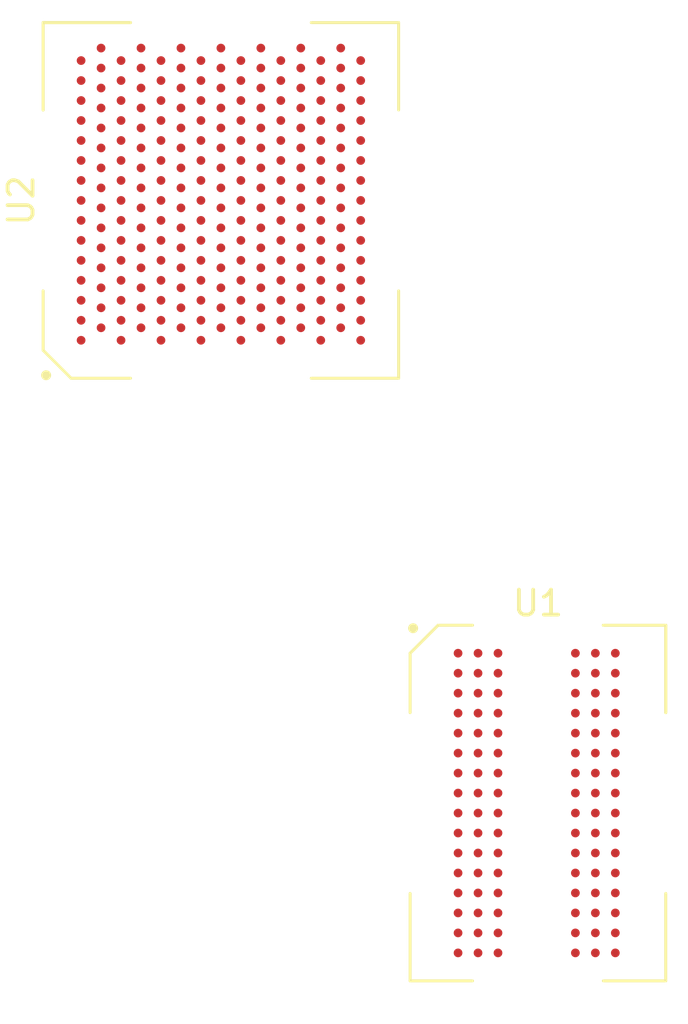
<source format=kicad_pcb>
(kicad_pcb (version 20171130) (host pcbnew "(5.1.2-1)-1")

  (general
    (thickness 1.6)
    (drawings 0)
    (tracks 0)
    (zones 0)
    (modules 2)
    (nets 62)
  )

  (page A4)
  (layers
    (0 F.Cu signal)
    (1 In1.Cu signal)
    (2 In2.Cu signal)
    (3 In3.Cu signal)
    (4 In4.Cu signal)
    (31 B.Cu signal)
    (32 B.Adhes user)
    (33 F.Adhes user)
    (34 B.Paste user)
    (35 F.Paste user)
    (36 B.SilkS user)
    (37 F.SilkS user)
    (38 B.Mask user)
    (39 F.Mask user)
    (40 Dwgs.User user)
    (41 Cmts.User user)
    (42 Eco1.User user)
    (43 Eco2.User user)
    (44 Edge.Cuts user)
    (45 Margin user)
    (46 B.CrtYd user)
    (47 F.CrtYd user)
    (48 B.Fab user)
    (49 F.Fab user)
  )

  (setup
    (last_trace_width 0.1016)
    (trace_clearance 0.1016)
    (zone_clearance 0.508)
    (zone_45_only no)
    (trace_min 0.1016)
    (via_size 0.3048)
    (via_drill 0.2032)
    (via_min_size 0.3048)
    (via_min_drill 0.2032)
    (uvia_size 0.3048)
    (uvia_drill 0.2032)
    (uvias_allowed no)
    (uvia_min_size 0.3048)
    (uvia_min_drill 0.2032)
    (edge_width 0.05)
    (segment_width 0.2)
    (pcb_text_width 0.3)
    (pcb_text_size 1.5 1.5)
    (mod_edge_width 0.12)
    (mod_text_size 1 1)
    (mod_text_width 0.15)
    (pad_size 1.524 1.524)
    (pad_drill 0.762)
    (pad_to_mask_clearance 0.051)
    (solder_mask_min_width 0.25)
    (aux_axis_origin 0 0)
    (visible_elements FFFFFF7F)
    (pcbplotparams
      (layerselection 0x010fc_ffffffff)
      (usegerberextensions false)
      (usegerberattributes false)
      (usegerberadvancedattributes false)
      (creategerberjobfile false)
      (excludeedgelayer true)
      (linewidth 0.100000)
      (plotframeref false)
      (viasonmask false)
      (mode 1)
      (useauxorigin false)
      (hpglpennumber 1)
      (hpglpenspeed 20)
      (hpglpendiameter 15.000000)
      (psnegative false)
      (psa4output false)
      (plotreference true)
      (plotvalue true)
      (plotinvisibletext false)
      (padsonsilk false)
      (subtractmaskfromsilk false)
      (outputformat 1)
      (mirror false)
      (drillshape 1)
      (scaleselection 1)
      (outputdirectory ""))
  )

  (net 0 "")
  (net 1 DQ12)
  (net 2 VSSQ)
  (net 3 VDDQ)
  (net 4 VSS)
  (net 5 VREFDQ)
  (net 6 "Net-(U1-PadJ1)")
  (net 7 ODT)
  (net 8 "Net-(U1-PadL1)")
  (net 9 VDD)
  (net 10 DQ11)
  (net 11 DQ6)
  (net 12 CS#)
  (net 13 BA0)
  (net 14 A3)
  (net 15 A5)
  (net 16 A7)
  (net 17 RESET#)
  (net 18 DQ15)
  (net 19 DQ9)
  (net 20 UDM)
  (net 21 DQ0)
  (net 22 LDQS)
  (net 23 LDQS#)
  (net 24 DQ4)
  (net 25 RAS#)
  (net 26 CAS#)
  (net 27 "Net-(U1-PadL3)")
  (net 28 BA2)
  (net 29 A2)
  (net 30 A9)
  (net 31 A13)
  (net 32 UDQS#)
  (net 33 UDQS)
  (net 34 DQ8)
  (net 35 LDM)
  (net 36 DQ1)
  (net 37 DQ7)
  (net 38 CK)
  (net 39 CK#)
  (net 40 A10_AP)
  (net 41 "Net-(U1-PadM4)")
  (net 42 A12_BC#)
  (net 43 A1)
  (net 44 A11)
  (net 45 A14)
  (net 46 DQ14)
  (net 47 DQ10)
  (net 48 DQ3)
  (net 49 DQ5)
  (net 50 ZQ)
  (net 51 VREFCA)
  (net 52 A4)
  (net 53 A6)
  (net 54 A8)
  (net 55 "Net-(U1-PadJ6)")
  (net 56 CKW)
  (net 57 "Net-(U2-PadJ1)")
  (net 58 "Net-(U2-PadL1)")
  (net 59 WE#)
  (net 60 "Net-(U2-PadM4)")
  (net 61 "Net-(U2-PadJ6)")

  (net_class Default "This is the default net class."
    (clearance 0.1016)
    (trace_width 0.1016)
    (via_dia 0.3048)
    (via_drill 0.2032)
    (uvia_dia 0.3048)
    (uvia_drill 0.2032)
    (diff_pair_width 0.1143)
    (diff_pair_gap 0.1016)
  )

  (net_class Power ""
    (clearance 0.1016)
    (trace_width 0.3048)
    (via_dia 0.3048)
    (via_drill 0.2032)
    (uvia_dia 0.3048)
    (uvia_drill 0.2032)
    (diff_pair_width 0.1143)
    (diff_pair_gap 0.1016)
    (add_net VDD)
    (add_net VDDQ)
    (add_net VSS)
    (add_net VSSQ)
  )

  (net_class Signal ""
    (clearance 0.1016)
    (trace_width 0.1143)
    (via_dia 0.3048)
    (via_drill 0.2032)
    (uvia_dia 0.3048)
    (uvia_drill 0.2032)
    (diff_pair_width 0.1143)
    (diff_pair_gap 0.1016)
    (add_net A1)
    (add_net A10_AP)
    (add_net A11)
    (add_net A12_BC#)
    (add_net A13)
    (add_net A14)
    (add_net A2)
    (add_net A3)
    (add_net A4)
    (add_net A5)
    (add_net A6)
    (add_net A7)
    (add_net A8)
    (add_net A9)
    (add_net BA0)
    (add_net BA2)
    (add_net CAS#)
    (add_net CK)
    (add_net CK#)
    (add_net CKW)
    (add_net CS#)
    (add_net DQ0)
    (add_net DQ1)
    (add_net DQ10)
    (add_net DQ11)
    (add_net DQ12)
    (add_net DQ14)
    (add_net DQ15)
    (add_net DQ3)
    (add_net DQ4)
    (add_net DQ5)
    (add_net DQ6)
    (add_net DQ7)
    (add_net DQ8)
    (add_net DQ9)
    (add_net LDM)
    (add_net LDQS)
    (add_net LDQS#)
    (add_net "Net-(U1-PadJ1)")
    (add_net "Net-(U1-PadJ6)")
    (add_net "Net-(U1-PadL1)")
    (add_net "Net-(U1-PadL3)")
    (add_net "Net-(U1-PadM4)")
    (add_net "Net-(U2-PadJ1)")
    (add_net "Net-(U2-PadJ6)")
    (add_net "Net-(U2-PadL1)")
    (add_net "Net-(U2-PadM4)")
    (add_net ODT)
    (add_net RAS#)
    (add_net RESET#)
    (add_net UDM)
    (add_net UDQS)
    (add_net UDQS#)
    (add_net VREFCA)
    (add_net VREFDQ)
    (add_net WE#)
    (add_net ZQ)
  )

  (module OpenROAD-testcases:dummy-BGA (layer F.Cu) (tedit 5DB1E567) (tstamp 5DB259E4)
    (at 115.57 50.8 90)
    (path /5DB8564F)
    (attr smd)
    (fp_text reference U2 (at 0 -8 90) (layer F.SilkS)
      (effects (font (size 1 1) (thickness 0.15)))
    )
    (fp_text value BGA-dummy (at 0 8 90) (layer F.Fab)
      (effects (font (size 1 1) (thickness 0.15)))
    )
    (fp_line (start -6 -7) (end -7 -6) (layer F.Fab) (width 0.1))
    (fp_line (start -7 -6) (end -7 7) (layer F.Fab) (width 0.1))
    (fp_line (start -7 7) (end 7 7) (layer F.Fab) (width 0.1))
    (fp_line (start 7 7) (end 7 -7) (layer F.Fab) (width 0.1))
    (fp_line (start 7 -7) (end -6 -7) (layer F.Fab) (width 0.1))
    (fp_line (start 3.62 -7.12) (end 7.12 -7.12) (layer F.SilkS) (width 0.12))
    (fp_line (start 7.12 -7.12) (end 7.12 -3.62) (layer F.SilkS) (width 0.12))
    (fp_line (start 3.62 -7.12) (end 7.12 -7.12) (layer F.SilkS) (width 0.12))
    (fp_line (start 7.12 -7.12) (end 7.12 -3.62) (layer F.SilkS) (width 0.12))
    (fp_line (start 3.62 7.12) (end 7.12 7.12) (layer F.SilkS) (width 0.12))
    (fp_line (start 7.12 7.12) (end 7.12 3.62) (layer F.SilkS) (width 0.12))
    (fp_line (start 3.62 -7.12) (end 7.12 -7.12) (layer F.SilkS) (width 0.12))
    (fp_line (start 7.12 -7.12) (end 7.12 -3.62) (layer F.SilkS) (width 0.12))
    (fp_line (start -3.62 7.12) (end -7.12 7.12) (layer F.SilkS) (width 0.12))
    (fp_line (start -7.12 7.12) (end -7.12 3.62) (layer F.SilkS) (width 0.12))
    (fp_line (start -3.62 -7.12) (end -6 -7.12) (layer F.SilkS) (width 0.12))
    (fp_line (start -6 -7.12) (end -7.12 -6) (layer F.SilkS) (width 0.12))
    (fp_line (start -7.12 -6) (end -7.12 -3.62) (layer F.SilkS) (width 0.12))
    (fp_circle (center -7 -7) (end -7 -6.9) (layer F.SilkS) (width 0.2))
    (fp_line (start -8 -8) (end 8 -8) (layer F.CrtYd) (width 0.05))
    (fp_line (start 8 -8) (end 8 8) (layer F.CrtYd) (width 0.05))
    (fp_line (start 8 8) (end -8 8) (layer F.CrtYd) (width 0.05))
    (fp_line (start -8 8) (end -8 -8) (layer F.CrtYd) (width 0.05))
    (pad A1 smd circle (at -5.6 -5.6 90) (size 0.35 0.35) (layers F.Cu F.Paste F.Mask)
      (net 1 DQ12))
    (pad B1 smd circle (at -5.1 -4.8 90) (size 0.35 0.35) (layers F.Cu F.Paste F.Mask)
      (net 2 VSSQ))
    (pad C1 smd circle (at -5.6 -4 90) (size 0.35 0.35) (layers F.Cu F.Paste F.Mask)
      (net 3 VDDQ))
    (pad D1 smd circle (at -5.1 -3.2 90) (size 0.35 0.35) (layers F.Cu F.Paste F.Mask)
      (net 2 VSSQ))
    (pad E1 smd circle (at -5.6 -2.4 90) (size 0.35 0.35) (layers F.Cu F.Paste F.Mask)
      (net 4 VSS))
    (pad F1 smd circle (at -5.1 -1.6 90) (size 0.35 0.35) (layers F.Cu F.Paste F.Mask)
      (net 4 VSS))
    (pad G1 smd circle (at -5.6 -0.8 90) (size 0.35 0.35) (layers F.Cu F.Paste F.Mask)
      (net 2 VSSQ))
    (pad H1 smd circle (at -5.1 0 90) (size 0.35 0.35) (layers F.Cu F.Paste F.Mask)
      (net 5 VREFDQ))
    (pad J1 smd circle (at -5.6 0.8 90) (size 0.35 0.35) (layers F.Cu F.Paste F.Mask)
      (net 57 "Net-(U2-PadJ1)"))
    (pad K1 smd circle (at -5.1 1.6 90) (size 0.35 0.35) (layers F.Cu F.Paste F.Mask)
      (net 7 ODT))
    (pad L1 smd circle (at -5.6 2.4 90) (size 0.35 0.35) (layers F.Cu F.Paste F.Mask)
      (net 58 "Net-(U2-PadL1)"))
    (pad M1 smd circle (at -5.1 3.2 90) (size 0.35 0.35) (layers F.Cu F.Paste F.Mask)
      (net 4 VSS))
    (pad N1 smd circle (at -5.6 4 90) (size 0.35 0.35) (layers F.Cu F.Paste F.Mask)
      (net 9 VDD))
    (pad P1 smd circle (at -5.1 4.8 90) (size 0.35 0.35) (layers F.Cu F.Paste F.Mask)
      (net 4 VSS))
    (pad R1 smd circle (at -5.6 5.6 90) (size 0.35 0.35) (layers F.Cu F.Paste F.Mask)
      (net 9 VDD))
    (pad A2 smd circle (at -4.8 -5.6 90) (size 0.35 0.35) (layers F.Cu F.Paste F.Mask)
      (net 3 VDDQ))
    (pad B2 smd circle (at -4.3 -4.8 90) (size 0.35 0.35) (layers F.Cu F.Paste F.Mask)
      (net 9 VDD))
    (pad C2 smd circle (at -4.8 -4 90) (size 0.35 0.35) (layers F.Cu F.Paste F.Mask)
      (net 10 DQ11))
    (pad D2 smd circle (at -4.3 -3.2 90) (size 0.35 0.35) (layers F.Cu F.Paste F.Mask)
      (net 3 VDDQ))
    (pad E2 smd circle (at -4.8 -2.4 90) (size 0.35 0.35) (layers F.Cu F.Paste F.Mask)
      (net 2 VSSQ))
    (pad F2 smd circle (at -4.3 -1.6 90) (size 0.35 0.35) (layers F.Cu F.Paste F.Mask)
      (net 2 VSSQ))
    (pad G2 smd circle (at -4.8 -0.8 90) (size 0.35 0.35) (layers F.Cu F.Paste F.Mask)
      (net 11 DQ6))
    (pad H2 smd circle (at -4.3 0 90) (size 0.35 0.35) (layers F.Cu F.Paste F.Mask)
      (net 3 VDDQ))
    (pad J2 smd circle (at -4.8 0.8 90) (size 0.35 0.35) (layers F.Cu F.Paste F.Mask)
      (net 4 VSS))
    (pad K2 smd circle (at -4.3 1.6 90) (size 0.35 0.35) (layers F.Cu F.Paste F.Mask)
      (net 9 VDD))
    (pad L2 smd circle (at -4.8 2.4 90) (size 0.35 0.35) (layers F.Cu F.Paste F.Mask)
      (net 12 CS#))
    (pad M2 smd circle (at -4.3 3.2 90) (size 0.35 0.35) (layers F.Cu F.Paste F.Mask)
      (net 13 BA0))
    (pad N2 smd circle (at -4.8 4 90) (size 0.35 0.35) (layers F.Cu F.Paste F.Mask)
      (net 14 A3))
    (pad P2 smd circle (at -4.3 4.8 90) (size 0.35 0.35) (layers F.Cu F.Paste F.Mask)
      (net 15 A5))
    (pad R2 smd circle (at -4.8 5.6 90) (size 0.35 0.35) (layers F.Cu F.Paste F.Mask)
      (net 16 A7))
    (pad A3 smd circle (at -4 -5.6 90) (size 0.35 0.35) (layers F.Cu F.Paste F.Mask)
      (net 18 DQ15))
    (pad B3 smd circle (at -3.5 -4.8 90) (size 0.35 0.35) (layers F.Cu F.Paste F.Mask)
      (net 4 VSS))
    (pad C3 smd circle (at -4 -4 90) (size 0.35 0.35) (layers F.Cu F.Paste F.Mask)
      (net 19 DQ9))
    (pad D3 smd circle (at -3.5 -3.2 90) (size 0.35 0.35) (layers F.Cu F.Paste F.Mask)
      (net 20 UDM))
    (pad E3 smd circle (at -4 -2.4 90) (size 0.35 0.35) (layers F.Cu F.Paste F.Mask)
      (net 21 DQ0))
    (pad F3 smd circle (at -3.5 -1.6 90) (size 0.35 0.35) (layers F.Cu F.Paste F.Mask)
      (net 22 LDQS))
    (pad G3 smd circle (at -4 -0.8 90) (size 0.35 0.35) (layers F.Cu F.Paste F.Mask)
      (net 23 LDQS#))
    (pad H3 smd circle (at -3.5 0 90) (size 0.35 0.35) (layers F.Cu F.Paste F.Mask)
      (net 24 DQ4))
    (pad J3 smd circle (at -4 0.8 90) (size 0.35 0.35) (layers F.Cu F.Paste F.Mask)
      (net 25 RAS#))
    (pad K3 smd circle (at -3.5 1.6 90) (size 0.35 0.35) (layers F.Cu F.Paste F.Mask)
      (net 26 CAS#))
    (pad L3 smd circle (at -4 2.4 90) (size 0.35 0.35) (layers F.Cu F.Paste F.Mask)
      (net 59 WE#))
    (pad M3 smd circle (at -3.5 3.2 90) (size 0.35 0.35) (layers F.Cu F.Paste F.Mask)
      (net 28 BA2))
    (pad N3 smd circle (at -4 4 90) (size 0.35 0.35) (layers F.Cu F.Paste F.Mask)
      (net 9 VDD))
    (pad P3 smd circle (at -3.5 4.8 90) (size 0.35 0.35) (layers F.Cu F.Paste F.Mask)
      (net 29 A2))
    (pad R3 smd circle (at -4 5.6 90) (size 0.35 0.35) (layers F.Cu F.Paste F.Mask)
      (net 30 A9))
    (pad A4 smd circle (at -3.2 -5.6 90) (size 0.35 0.35) (layers F.Cu F.Paste F.Mask))
    (pad B4 smd circle (at -2.7 -4.8 90) (size 0.35 0.35) (layers F.Cu F.Paste F.Mask)
      (net 32 UDQS#))
    (pad C4 smd circle (at -3.2 -4 90) (size 0.35 0.35) (layers F.Cu F.Paste F.Mask)
      (net 33 UDQS))
    (pad D4 smd circle (at -2.7 -3.2 90) (size 0.35 0.35) (layers F.Cu F.Paste F.Mask)
      (net 34 DQ8))
    (pad E4 smd circle (at -3.2 -2.4 90) (size 0.35 0.35) (layers F.Cu F.Paste F.Mask)
      (net 35 LDM))
    (pad F4 smd circle (at -2.7 -1.6 90) (size 0.35 0.35) (layers F.Cu F.Paste F.Mask)
      (net 36 DQ1))
    (pad G4 smd circle (at -3.2 -0.8 90) (size 0.35 0.35) (layers F.Cu F.Paste F.Mask)
      (net 9 VDD))
    (pad H4 smd circle (at -2.7 0 90) (size 0.35 0.35) (layers F.Cu F.Paste F.Mask)
      (net 37 DQ7))
    (pad J4 smd circle (at -3.2 0.8 90) (size 0.35 0.35) (layers F.Cu F.Paste F.Mask)
      (net 38 CK))
    (pad K4 smd circle (at -2.7 1.6 90) (size 0.35 0.35) (layers F.Cu F.Paste F.Mask)
      (net 39 CK#))
    (pad L4 smd circle (at -3.2 2.4 90) (size 0.35 0.35) (layers F.Cu F.Paste F.Mask)
      (net 40 A10_AP))
    (pad M4 smd circle (at -2.7 3.2 90) (size 0.35 0.35) (layers F.Cu F.Paste F.Mask)
      (net 60 "Net-(U2-PadM4)"))
    (pad N4 smd circle (at -3.2 4 90) (size 0.35 0.35) (layers F.Cu F.Paste F.Mask)
      (net 42 A12_BC#))
    (pad P4 smd circle (at -2.7 4.8 90) (size 0.35 0.35) (layers F.Cu F.Paste F.Mask)
      (net 43 A1))
    (pad R4 smd circle (at -3.2 5.6 90) (size 0.35 0.35) (layers F.Cu F.Paste F.Mask)
      (net 44 A11))
    (pad A5 smd circle (at -2.4 -5.6 90) (size 0.35 0.35) (layers F.Cu F.Paste F.Mask))
    (pad B5 smd circle (at -1.9 -4.8 90) (size 0.35 0.35) (layers F.Cu F.Paste F.Mask)
      (net 46 DQ14))
    (pad C5 smd circle (at -2.4 -4 90) (size 0.35 0.35) (layers F.Cu F.Paste F.Mask)
      (net 47 DQ10))
    (pad D5 smd circle (at -1.9 -3.2 90) (size 0.35 0.35) (layers F.Cu F.Paste F.Mask)
      (net 2 VSSQ))
    (pad E5 smd circle (at -2.4 -2.4 90) (size 0.35 0.35) (layers F.Cu F.Paste F.Mask)
      (net 2 VSSQ))
    (pad F5 smd circle (at -1.9 -1.6 90) (size 0.35 0.35) (layers F.Cu F.Paste F.Mask)
      (net 48 DQ3))
    (pad G5 smd circle (at -2.4 -0.8 90) (size 0.35 0.35) (layers F.Cu F.Paste F.Mask)
      (net 4 VSS))
    (pad H5 smd circle (at -1.9 0 90) (size 0.35 0.35) (layers F.Cu F.Paste F.Mask)
      (net 49 DQ5))
    (pad J5 smd circle (at -2.4 0.8 90) (size 0.35 0.35) (layers F.Cu F.Paste F.Mask)
      (net 4 VSS))
    (pad K5 smd circle (at -1.9 1.6 90) (size 0.35 0.35) (layers F.Cu F.Paste F.Mask)
      (net 9 VDD))
    (pad L5 smd circle (at -2.4 2.4 90) (size 0.35 0.35) (layers F.Cu F.Paste F.Mask)
      (net 50 ZQ))
    (pad M5 smd circle (at -1.9 3.2 90) (size 0.35 0.35) (layers F.Cu F.Paste F.Mask)
      (net 51 VREFCA))
    (pad N5 smd circle (at -2.4 4 90) (size 0.35 0.35) (layers F.Cu F.Paste F.Mask))
    (pad P5 smd circle (at -1.9 4.8 90) (size 0.35 0.35) (layers F.Cu F.Paste F.Mask)
      (net 52 A4))
    (pad R5 smd circle (at -2.4 5.6 90) (size 0.35 0.35) (layers F.Cu F.Paste F.Mask)
      (net 53 A6))
    (pad A6 smd circle (at -1.6 -5.6 90) (size 0.35 0.35) (layers F.Cu F.Paste F.Mask)
      (net 4 VSS))
    (pad B6 smd circle (at -1.1 -4.8 90) (size 0.35 0.35) (layers F.Cu F.Paste F.Mask)
      (net 2 VSSQ))
    (pad C6 smd circle (at -1.6 -4 90) (size 0.35 0.35) (layers F.Cu F.Paste F.Mask)
      (net 3 VDDQ))
    (pad D6 smd circle (at -1.1 -3.2 90) (size 0.35 0.35) (layers F.Cu F.Paste F.Mask)
      (net 9 VDD))
    (pad E6 smd circle (at -1.6 -2.4 90) (size 0.35 0.35) (layers F.Cu F.Paste F.Mask)
      (net 3 VDDQ))
    (pad F6 smd circle (at -1.1 -1.6 90) (size 0.35 0.35) (layers F.Cu F.Paste F.Mask)
      (net 2 VSSQ))
    (pad G6 smd circle (at -1.6 -0.8 90) (size 0.35 0.35) (layers F.Cu F.Paste F.Mask)
      (net 2 VSSQ))
    (pad H6 smd circle (at -1.1 0 90) (size 0.35 0.35) (layers F.Cu F.Paste F.Mask)
      (net 3 VDDQ))
    (pad J6 smd circle (at -1.6 0.8 90) (size 0.35 0.35) (layers F.Cu F.Paste F.Mask)
      (net 61 "Net-(U2-PadJ6)"))
    (pad K6 smd circle (at -1.1 1.6 90) (size 0.35 0.35) (layers F.Cu F.Paste F.Mask)
      (net 56 CKW))
    (pad L6 smd circle (at -1.6 2.4 90) (size 0.35 0.35) (layers F.Cu F.Paste F.Mask))
    (pad M6 smd circle (at -1.1 3.2 90) (size 0.35 0.35) (layers F.Cu F.Paste F.Mask)
      (net 4 VSS))
    (pad N6 smd circle (at -1.6 4 90) (size 0.35 0.35) (layers F.Cu F.Paste F.Mask))
    (pad P6 smd circle (at -1.1 4.8 90) (size 0.35 0.35) (layers F.Cu F.Paste F.Mask)
      (net 4 VSS))
    (pad R6 smd circle (at -1.6 5.6 90) (size 0.35 0.35) (layers F.Cu F.Paste F.Mask)
      (net 9 VDD))
    (pad A7 smd circle (at -0.8 -5.6 90) (size 0.35 0.35) (layers F.Cu F.Paste F.Mask))
    (pad B7 smd circle (at -0.3 -4.8 90) (size 0.35 0.35) (layers F.Cu F.Paste F.Mask))
    (pad C7 smd circle (at -0.8 -4 90) (size 0.35 0.35) (layers F.Cu F.Paste F.Mask))
    (pad D7 smd circle (at -0.3 -3.2 90) (size 0.35 0.35) (layers F.Cu F.Paste F.Mask))
    (pad E7 smd circle (at -0.8 -2.4 90) (size 0.35 0.35) (layers F.Cu F.Paste F.Mask))
    (pad F7 smd circle (at -0.3 -1.6 90) (size 0.35 0.35) (layers F.Cu F.Paste F.Mask))
    (pad G7 smd circle (at -0.8 -0.8 90) (size 0.35 0.35) (layers F.Cu F.Paste F.Mask))
    (pad H7 smd circle (at -0.3 0 90) (size 0.35 0.35) (layers F.Cu F.Paste F.Mask))
    (pad J7 smd circle (at -0.8 0.8 90) (size 0.35 0.35) (layers F.Cu F.Paste F.Mask))
    (pad K7 smd circle (at -0.3 1.6 90) (size 0.35 0.35) (layers F.Cu F.Paste F.Mask))
    (pad L7 smd circle (at -0.8 2.4 90) (size 0.35 0.35) (layers F.Cu F.Paste F.Mask))
    (pad M7 smd circle (at -0.3 3.2 90) (size 0.35 0.35) (layers F.Cu F.Paste F.Mask))
    (pad N7 smd circle (at -0.8 4 90) (size 0.35 0.35) (layers F.Cu F.Paste F.Mask))
    (pad P7 smd circle (at -0.3 4.8 90) (size 0.35 0.35) (layers F.Cu F.Paste F.Mask))
    (pad R7 smd circle (at -0.8 5.6 90) (size 0.35 0.35) (layers F.Cu F.Paste F.Mask))
    (pad A8 smd circle (at 0 -5.6 90) (size 0.35 0.35) (layers F.Cu F.Paste F.Mask))
    (pad B8 smd circle (at 0.5 -4.8 90) (size 0.35 0.35) (layers F.Cu F.Paste F.Mask))
    (pad C8 smd circle (at 0 -4 90) (size 0.35 0.35) (layers F.Cu F.Paste F.Mask))
    (pad D8 smd circle (at 0.5 -3.2 90) (size 0.35 0.35) (layers F.Cu F.Paste F.Mask))
    (pad E8 smd circle (at 0 -2.4 90) (size 0.35 0.35) (layers F.Cu F.Paste F.Mask))
    (pad F8 smd circle (at 0.5 -1.6 90) (size 0.35 0.35) (layers F.Cu F.Paste F.Mask))
    (pad G8 smd circle (at 0 -0.8 90) (size 0.35 0.35) (layers F.Cu F.Paste F.Mask))
    (pad H8 smd circle (at 0.5 0 90) (size 0.35 0.35) (layers F.Cu F.Paste F.Mask))
    (pad J8 smd circle (at 0 0.8 90) (size 0.35 0.35) (layers F.Cu F.Paste F.Mask))
    (pad K8 smd circle (at 0.5 1.6 90) (size 0.35 0.35) (layers F.Cu F.Paste F.Mask))
    (pad L8 smd circle (at 0 2.4 90) (size 0.35 0.35) (layers F.Cu F.Paste F.Mask))
    (pad M8 smd circle (at 0.5 3.2 90) (size 0.35 0.35) (layers F.Cu F.Paste F.Mask))
    (pad N8 smd circle (at 0 4 90) (size 0.35 0.35) (layers F.Cu F.Paste F.Mask))
    (pad P8 smd circle (at 0.5 4.8 90) (size 0.35 0.35) (layers F.Cu F.Paste F.Mask))
    (pad R8 smd circle (at 0 5.6 90) (size 0.35 0.35) (layers F.Cu F.Paste F.Mask))
    (pad A9 smd circle (at 0.8 -5.6 90) (size 0.35 0.35) (layers F.Cu F.Paste F.Mask))
    (pad B9 smd circle (at 1.3 -4.8 90) (size 0.35 0.35) (layers F.Cu F.Paste F.Mask))
    (pad C9 smd circle (at 0.8 -4 90) (size 0.35 0.35) (layers F.Cu F.Paste F.Mask))
    (pad D9 smd circle (at 1.3 -3.2 90) (size 0.35 0.35) (layers F.Cu F.Paste F.Mask))
    (pad E9 smd circle (at 0.8 -2.4 90) (size 0.35 0.35) (layers F.Cu F.Paste F.Mask))
    (pad F9 smd circle (at 1.3 -1.6 90) (size 0.35 0.35) (layers F.Cu F.Paste F.Mask))
    (pad G9 smd circle (at 0.8 -0.8 90) (size 0.35 0.35) (layers F.Cu F.Paste F.Mask))
    (pad H9 smd circle (at 1.3 0 90) (size 0.35 0.35) (layers F.Cu F.Paste F.Mask))
    (pad J9 smd circle (at 0.8 0.8 90) (size 0.35 0.35) (layers F.Cu F.Paste F.Mask))
    (pad K9 smd circle (at 1.3 1.6 90) (size 0.35 0.35) (layers F.Cu F.Paste F.Mask))
    (pad L9 smd circle (at 0.8 2.4 90) (size 0.35 0.35) (layers F.Cu F.Paste F.Mask))
    (pad M9 smd circle (at 1.3 3.2 90) (size 0.35 0.35) (layers F.Cu F.Paste F.Mask))
    (pad N9 smd circle (at 0.8 4 90) (size 0.35 0.35) (layers F.Cu F.Paste F.Mask))
    (pad P9 smd circle (at 1.3 4.8 90) (size 0.35 0.35) (layers F.Cu F.Paste F.Mask))
    (pad R9 smd circle (at 0.8 5.6 90) (size 0.35 0.35) (layers F.Cu F.Paste F.Mask))
    (pad A10 smd circle (at 1.6 -5.6 90) (size 0.35 0.35) (layers F.Cu F.Paste F.Mask))
    (pad B10 smd circle (at 2.1 -4.8 90) (size 0.35 0.35) (layers F.Cu F.Paste F.Mask))
    (pad C10 smd circle (at 1.6 -4 90) (size 0.35 0.35) (layers F.Cu F.Paste F.Mask))
    (pad D10 smd circle (at 2.1 -3.2 90) (size 0.35 0.35) (layers F.Cu F.Paste F.Mask))
    (pad E10 smd circle (at 1.6 -2.4 90) (size 0.35 0.35) (layers F.Cu F.Paste F.Mask))
    (pad F10 smd circle (at 2.1 -1.6 90) (size 0.35 0.35) (layers F.Cu F.Paste F.Mask))
    (pad G10 smd circle (at 1.6 -0.8 90) (size 0.35 0.35) (layers F.Cu F.Paste F.Mask))
    (pad H10 smd circle (at 2.1 0 90) (size 0.35 0.35) (layers F.Cu F.Paste F.Mask))
    (pad J10 smd circle (at 1.6 0.8 90) (size 0.35 0.35) (layers F.Cu F.Paste F.Mask))
    (pad K10 smd circle (at 2.1 1.6 90) (size 0.35 0.35) (layers F.Cu F.Paste F.Mask))
    (pad L10 smd circle (at 1.6 2.4 90) (size 0.35 0.35) (layers F.Cu F.Paste F.Mask))
    (pad M10 smd circle (at 2.1 3.2 90) (size 0.35 0.35) (layers F.Cu F.Paste F.Mask))
    (pad N10 smd circle (at 1.6 4 90) (size 0.35 0.35) (layers F.Cu F.Paste F.Mask))
    (pad P10 smd circle (at 2.1 4.8 90) (size 0.35 0.35) (layers F.Cu F.Paste F.Mask))
    (pad R10 smd circle (at 1.6 5.6 90) (size 0.35 0.35) (layers F.Cu F.Paste F.Mask))
    (pad A11 smd circle (at 2.4 -5.6 90) (size 0.35 0.35) (layers F.Cu F.Paste F.Mask))
    (pad B11 smd circle (at 2.9 -4.8 90) (size 0.35 0.35) (layers F.Cu F.Paste F.Mask))
    (pad C11 smd circle (at 2.4 -4 90) (size 0.35 0.35) (layers F.Cu F.Paste F.Mask))
    (pad D11 smd circle (at 2.9 -3.2 90) (size 0.35 0.35) (layers F.Cu F.Paste F.Mask))
    (pad E11 smd circle (at 2.4 -2.4 90) (size 0.35 0.35) (layers F.Cu F.Paste F.Mask))
    (pad F11 smd circle (at 2.9 -1.6 90) (size 0.35 0.35) (layers F.Cu F.Paste F.Mask))
    (pad G11 smd circle (at 2.4 -0.8 90) (size 0.35 0.35) (layers F.Cu F.Paste F.Mask))
    (pad H11 smd circle (at 2.9 0 90) (size 0.35 0.35) (layers F.Cu F.Paste F.Mask))
    (pad J11 smd circle (at 2.4 0.8 90) (size 0.35 0.35) (layers F.Cu F.Paste F.Mask))
    (pad K11 smd circle (at 2.9 1.6 90) (size 0.35 0.35) (layers F.Cu F.Paste F.Mask))
    (pad L11 smd circle (at 2.4 2.4 90) (size 0.35 0.35) (layers F.Cu F.Paste F.Mask))
    (pad M11 smd circle (at 2.9 3.2 90) (size 0.35 0.35) (layers F.Cu F.Paste F.Mask))
    (pad N11 smd circle (at 2.4 4 90) (size 0.35 0.35) (layers F.Cu F.Paste F.Mask))
    (pad P11 smd circle (at 2.9 4.8 90) (size 0.35 0.35) (layers F.Cu F.Paste F.Mask))
    (pad R11 smd circle (at 2.4 5.6 90) (size 0.35 0.35) (layers F.Cu F.Paste F.Mask))
    (pad A12 smd circle (at 3.2 -5.6 90) (size 0.35 0.35) (layers F.Cu F.Paste F.Mask))
    (pad B12 smd circle (at 3.7 -4.8 90) (size 0.35 0.35) (layers F.Cu F.Paste F.Mask))
    (pad C12 smd circle (at 3.2 -4 90) (size 0.35 0.35) (layers F.Cu F.Paste F.Mask))
    (pad D12 smd circle (at 3.7 -3.2 90) (size 0.35 0.35) (layers F.Cu F.Paste F.Mask))
    (pad E12 smd circle (at 3.2 -2.4 90) (size 0.35 0.35) (layers F.Cu F.Paste F.Mask))
    (pad F12 smd circle (at 3.7 -1.6 90) (size 0.35 0.35) (layers F.Cu F.Paste F.Mask))
    (pad G12 smd circle (at 3.2 -0.8 90) (size 0.35 0.35) (layers F.Cu F.Paste F.Mask))
    (pad H12 smd circle (at 3.7 0 90) (size 0.35 0.35) (layers F.Cu F.Paste F.Mask))
    (pad J12 smd circle (at 3.2 0.8 90) (size 0.35 0.35) (layers F.Cu F.Paste F.Mask))
    (pad K12 smd circle (at 3.7 1.6 90) (size 0.35 0.35) (layers F.Cu F.Paste F.Mask))
    (pad L12 smd circle (at 3.2 2.4 90) (size 0.35 0.35) (layers F.Cu F.Paste F.Mask))
    (pad M12 smd circle (at 3.7 3.2 90) (size 0.35 0.35) (layers F.Cu F.Paste F.Mask))
    (pad N12 smd circle (at 3.2 4 90) (size 0.35 0.35) (layers F.Cu F.Paste F.Mask))
    (pad P12 smd circle (at 3.7 4.8 90) (size 0.35 0.35) (layers F.Cu F.Paste F.Mask))
    (pad R12 smd circle (at 3.2 5.6 90) (size 0.35 0.35) (layers F.Cu F.Paste F.Mask))
    (pad A13 smd circle (at 4 -5.6 90) (size 0.35 0.35) (layers F.Cu F.Paste F.Mask))
    (pad B13 smd circle (at 4.5 -4.8 90) (size 0.35 0.35) (layers F.Cu F.Paste F.Mask))
    (pad C13 smd circle (at 4 -4 90) (size 0.35 0.35) (layers F.Cu F.Paste F.Mask))
    (pad D13 smd circle (at 4.5 -3.2 90) (size 0.35 0.35) (layers F.Cu F.Paste F.Mask))
    (pad E13 smd circle (at 4 -2.4 90) (size 0.35 0.35) (layers F.Cu F.Paste F.Mask))
    (pad F13 smd circle (at 4.5 -1.6 90) (size 0.35 0.35) (layers F.Cu F.Paste F.Mask))
    (pad G13 smd circle (at 4 -0.8 90) (size 0.35 0.35) (layers F.Cu F.Paste F.Mask))
    (pad H13 smd circle (at 4.5 0 90) (size 0.35 0.35) (layers F.Cu F.Paste F.Mask))
    (pad J13 smd circle (at 4 0.8 90) (size 0.35 0.35) (layers F.Cu F.Paste F.Mask))
    (pad K13 smd circle (at 4.5 1.6 90) (size 0.35 0.35) (layers F.Cu F.Paste F.Mask))
    (pad L13 smd circle (at 4 2.4 90) (size 0.35 0.35) (layers F.Cu F.Paste F.Mask))
    (pad M13 smd circle (at 4.5 3.2 90) (size 0.35 0.35) (layers F.Cu F.Paste F.Mask))
    (pad N13 smd circle (at 4 4 90) (size 0.35 0.35) (layers F.Cu F.Paste F.Mask))
    (pad P13 smd circle (at 4.5 4.8 90) (size 0.35 0.35) (layers F.Cu F.Paste F.Mask))
    (pad R13 smd circle (at 4 5.6 90) (size 0.35 0.35) (layers F.Cu F.Paste F.Mask))
    (pad A14 smd circle (at 4.8 -5.6 90) (size 0.35 0.35) (layers F.Cu F.Paste F.Mask))
    (pad B14 smd circle (at 5.3 -4.8 90) (size 0.35 0.35) (layers F.Cu F.Paste F.Mask))
    (pad C14 smd circle (at 4.8 -4 90) (size 0.35 0.35) (layers F.Cu F.Paste F.Mask))
    (pad D14 smd circle (at 5.3 -3.2 90) (size 0.35 0.35) (layers F.Cu F.Paste F.Mask))
    (pad E14 smd circle (at 4.8 -2.4 90) (size 0.35 0.35) (layers F.Cu F.Paste F.Mask))
    (pad F14 smd circle (at 5.3 -1.6 90) (size 0.35 0.35) (layers F.Cu F.Paste F.Mask))
    (pad G14 smd circle (at 4.8 -0.8 90) (size 0.35 0.35) (layers F.Cu F.Paste F.Mask))
    (pad H14 smd circle (at 5.3 0 90) (size 0.35 0.35) (layers F.Cu F.Paste F.Mask))
    (pad J14 smd circle (at 4.8 0.8 90) (size 0.35 0.35) (layers F.Cu F.Paste F.Mask))
    (pad K14 smd circle (at 5.3 1.6 90) (size 0.35 0.35) (layers F.Cu F.Paste F.Mask))
    (pad L14 smd circle (at 4.8 2.4 90) (size 0.35 0.35) (layers F.Cu F.Paste F.Mask))
    (pad M14 smd circle (at 5.3 3.2 90) (size 0.35 0.35) (layers F.Cu F.Paste F.Mask))
    (pad N14 smd circle (at 4.8 4 90) (size 0.35 0.35) (layers F.Cu F.Paste F.Mask))
    (pad P14 smd circle (at 5.3 4.8 90) (size 0.35 0.35) (layers F.Cu F.Paste F.Mask))
    (pad R14 smd circle (at 4.8 5.6 90) (size 0.35 0.35) (layers F.Cu F.Paste F.Mask))
    (pad A15 smd circle (at 5.6 -5.6 90) (size 0.35 0.35) (layers F.Cu F.Paste F.Mask))
    (pad B15 smd circle (at 6.1 -4.8 90) (size 0.35 0.35) (layers F.Cu F.Paste F.Mask))
    (pad C15 smd circle (at 5.6 -4 90) (size 0.35 0.35) (layers F.Cu F.Paste F.Mask))
    (pad D15 smd circle (at 6.1 -3.2 90) (size 0.35 0.35) (layers F.Cu F.Paste F.Mask))
    (pad E15 smd circle (at 5.6 -2.4 90) (size 0.35 0.35) (layers F.Cu F.Paste F.Mask))
    (pad F15 smd circle (at 6.1 -1.6 90) (size 0.35 0.35) (layers F.Cu F.Paste F.Mask))
    (pad G15 smd circle (at 5.6 -0.8 90) (size 0.35 0.35) (layers F.Cu F.Paste F.Mask))
    (pad H15 smd circle (at 6.1 0 90) (size 0.35 0.35) (layers F.Cu F.Paste F.Mask))
    (pad J15 smd circle (at 5.6 0.8 90) (size 0.35 0.35) (layers F.Cu F.Paste F.Mask))
    (pad K15 smd circle (at 6.1 1.6 90) (size 0.35 0.35) (layers F.Cu F.Paste F.Mask))
    (pad L15 smd circle (at 5.6 2.4 90) (size 0.35 0.35) (layers F.Cu F.Paste F.Mask))
    (pad M15 smd circle (at 6.1 3.2 90) (size 0.35 0.35) (layers F.Cu F.Paste F.Mask))
    (pad N15 smd circle (at 5.6 4 90) (size 0.35 0.35) (layers F.Cu F.Paste F.Mask))
    (pad P15 smd circle (at 6.1 4.8 90) (size 0.35 0.35) (layers F.Cu F.Paste F.Mask))
    (pad R15 smd circle (at 5.6 5.6 90) (size 0.35 0.35) (layers F.Cu F.Paste F.Mask))
  )

  (module OpenROAD-testcases:dummy-ddr3l (layer F.Cu) (tedit 5DB1E69C) (tstamp 5DB258E8)
    (at 128.27 74.93)
    (path /5DB34727)
    (attr smd)
    (fp_text reference U1 (at 0 -8) (layer F.SilkS)
      (effects (font (size 1 1) (thickness 0.15)))
    )
    (fp_text value BGA-dummy (at 0 8) (layer F.Fab)
      (effects (font (size 1 1) (thickness 0.15)))
    )
    (fp_line (start -4 -7) (end -5 -6) (layer F.Fab) (width 0.1))
    (fp_line (start -5 -6) (end -5 7) (layer F.Fab) (width 0.1))
    (fp_line (start -5 7) (end 5 7) (layer F.Fab) (width 0.1))
    (fp_line (start 5 7) (end 5 -7) (layer F.Fab) (width 0.1))
    (fp_line (start 5 -7) (end -4 -7) (layer F.Fab) (width 0.1))
    (fp_line (start 2.62 -7.12) (end 5.12 -7.12) (layer F.SilkS) (width 0.12))
    (fp_line (start 5.12 -7.12) (end 5.12 -3.62) (layer F.SilkS) (width 0.12))
    (fp_line (start 2.62 -7.12) (end 5.12 -7.12) (layer F.SilkS) (width 0.12))
    (fp_line (start 5.12 -7.12) (end 5.12 -3.62) (layer F.SilkS) (width 0.12))
    (fp_line (start 2.62 7.12) (end 5.12 7.12) (layer F.SilkS) (width 0.12))
    (fp_line (start 5.12 7.12) (end 5.12 3.62) (layer F.SilkS) (width 0.12))
    (fp_line (start 2.62 -7.12) (end 5.12 -7.12) (layer F.SilkS) (width 0.12))
    (fp_line (start 5.12 -7.12) (end 5.12 -3.62) (layer F.SilkS) (width 0.12))
    (fp_line (start -2.62 7.12) (end -5.12 7.12) (layer F.SilkS) (width 0.12))
    (fp_line (start -5.12 7.12) (end -5.12 3.62) (layer F.SilkS) (width 0.12))
    (fp_line (start -2.62 -7.12) (end -4 -7.12) (layer F.SilkS) (width 0.12))
    (fp_line (start -4 -7.12) (end -5.12 -6) (layer F.SilkS) (width 0.12))
    (fp_line (start -5.12 -6) (end -5.12 -3.62) (layer F.SilkS) (width 0.12))
    (fp_circle (center -5 -7) (end -5 -6.9) (layer F.SilkS) (width 0.2))
    (fp_line (start -6 -8) (end 6 -8) (layer F.CrtYd) (width 0.05))
    (fp_line (start 6 -8) (end 6 8) (layer F.CrtYd) (width 0.05))
    (fp_line (start 6 8) (end -6 8) (layer F.CrtYd) (width 0.05))
    (fp_line (start -6 8) (end -6 -8) (layer F.CrtYd) (width 0.05))
    (pad A1 smd circle (at -3.2 -6) (size 0.35 0.35) (layers F.Cu F.Paste F.Mask)
      (net 1 DQ12))
    (pad B1 smd circle (at -3.2 -5.2) (size 0.35 0.35) (layers F.Cu F.Paste F.Mask)
      (net 2 VSSQ))
    (pad C1 smd circle (at -3.2 -4.4) (size 0.35 0.35) (layers F.Cu F.Paste F.Mask)
      (net 3 VDDQ))
    (pad D1 smd circle (at -3.2 -3.6) (size 0.35 0.35) (layers F.Cu F.Paste F.Mask)
      (net 2 VSSQ))
    (pad E1 smd circle (at -3.2 -2.8) (size 0.35 0.35) (layers F.Cu F.Paste F.Mask)
      (net 4 VSS))
    (pad F1 smd circle (at -3.2 -2) (size 0.35 0.35) (layers F.Cu F.Paste F.Mask)
      (net 4 VSS))
    (pad G1 smd circle (at -3.2 -1.2) (size 0.35 0.35) (layers F.Cu F.Paste F.Mask)
      (net 2 VSSQ))
    (pad H1 smd circle (at -3.2 -0.4) (size 0.35 0.35) (layers F.Cu F.Paste F.Mask)
      (net 5 VREFDQ))
    (pad J1 smd circle (at -3.2 0.4) (size 0.35 0.35) (layers F.Cu F.Paste F.Mask)
      (net 6 "Net-(U1-PadJ1)"))
    (pad K1 smd circle (at -3.2 1.2) (size 0.35 0.35) (layers F.Cu F.Paste F.Mask)
      (net 7 ODT))
    (pad L1 smd circle (at -3.2 2) (size 0.35 0.35) (layers F.Cu F.Paste F.Mask)
      (net 8 "Net-(U1-PadL1)"))
    (pad M1 smd circle (at -3.2 2.8) (size 0.35 0.35) (layers F.Cu F.Paste F.Mask)
      (net 4 VSS))
    (pad N1 smd circle (at -3.2 3.6) (size 0.35 0.35) (layers F.Cu F.Paste F.Mask)
      (net 9 VDD))
    (pad P1 smd circle (at -3.2 4.4) (size 0.35 0.35) (layers F.Cu F.Paste F.Mask)
      (net 4 VSS))
    (pad R1 smd circle (at -3.2 5.2) (size 0.35 0.35) (layers F.Cu F.Paste F.Mask)
      (net 9 VDD))
    (pad T1 smd circle (at -3.2 6) (size 0.35 0.35) (layers F.Cu F.Paste F.Mask)
      (net 4 VSS))
    (pad A2 smd circle (at -2.4 -6) (size 0.35 0.35) (layers F.Cu F.Paste F.Mask)
      (net 3 VDDQ))
    (pad B2 smd circle (at -2.4 -5.2) (size 0.35 0.35) (layers F.Cu F.Paste F.Mask)
      (net 9 VDD))
    (pad C2 smd circle (at -2.4 -4.4) (size 0.35 0.35) (layers F.Cu F.Paste F.Mask)
      (net 10 DQ11))
    (pad D2 smd circle (at -2.4 -3.6) (size 0.35 0.35) (layers F.Cu F.Paste F.Mask)
      (net 3 VDDQ))
    (pad E2 smd circle (at -2.4 -2.8) (size 0.35 0.35) (layers F.Cu F.Paste F.Mask)
      (net 2 VSSQ))
    (pad F2 smd circle (at -2.4 -2) (size 0.35 0.35) (layers F.Cu F.Paste F.Mask)
      (net 2 VSSQ))
    (pad G2 smd circle (at -2.4 -1.2) (size 0.35 0.35) (layers F.Cu F.Paste F.Mask)
      (net 11 DQ6))
    (pad H2 smd circle (at -2.4 -0.4) (size 0.35 0.35) (layers F.Cu F.Paste F.Mask)
      (net 3 VDDQ))
    (pad J2 smd circle (at -2.4 0.4) (size 0.35 0.35) (layers F.Cu F.Paste F.Mask)
      (net 4 VSS))
    (pad K2 smd circle (at -2.4 1.2) (size 0.35 0.35) (layers F.Cu F.Paste F.Mask)
      (net 9 VDD))
    (pad L2 smd circle (at -2.4 2) (size 0.35 0.35) (layers F.Cu F.Paste F.Mask)
      (net 12 CS#))
    (pad M2 smd circle (at -2.4 2.8) (size 0.35 0.35) (layers F.Cu F.Paste F.Mask)
      (net 13 BA0))
    (pad N2 smd circle (at -2.4 3.6) (size 0.35 0.35) (layers F.Cu F.Paste F.Mask)
      (net 14 A3))
    (pad P2 smd circle (at -2.4 4.4) (size 0.35 0.35) (layers F.Cu F.Paste F.Mask)
      (net 15 A5))
    (pad R2 smd circle (at -2.4 5.2) (size 0.35 0.35) (layers F.Cu F.Paste F.Mask)
      (net 16 A7))
    (pad T2 smd circle (at -2.4 6) (size 0.35 0.35) (layers F.Cu F.Paste F.Mask)
      (net 17 RESET#))
    (pad A3 smd circle (at -1.6 -6) (size 0.35 0.35) (layers F.Cu F.Paste F.Mask)
      (net 18 DQ15))
    (pad B3 smd circle (at -1.6 -5.2) (size 0.35 0.35) (layers F.Cu F.Paste F.Mask)
      (net 4 VSS))
    (pad C3 smd circle (at -1.6 -4.4) (size 0.35 0.35) (layers F.Cu F.Paste F.Mask)
      (net 19 DQ9))
    (pad D3 smd circle (at -1.6 -3.6) (size 0.35 0.35) (layers F.Cu F.Paste F.Mask)
      (net 20 UDM))
    (pad E3 smd circle (at -1.6 -2.8) (size 0.35 0.35) (layers F.Cu F.Paste F.Mask)
      (net 21 DQ0))
    (pad F3 smd circle (at -1.6 -2) (size 0.35 0.35) (layers F.Cu F.Paste F.Mask)
      (net 22 LDQS))
    (pad G3 smd circle (at -1.6 -1.2) (size 0.35 0.35) (layers F.Cu F.Paste F.Mask)
      (net 23 LDQS#))
    (pad H3 smd circle (at -1.6 -0.4) (size 0.35 0.35) (layers F.Cu F.Paste F.Mask)
      (net 24 DQ4))
    (pad J3 smd circle (at -1.6 0.4) (size 0.35 0.35) (layers F.Cu F.Paste F.Mask)
      (net 25 RAS#))
    (pad K3 smd circle (at -1.6 1.2) (size 0.35 0.35) (layers F.Cu F.Paste F.Mask)
      (net 26 CAS#))
    (pad L3 smd circle (at -1.6 2) (size 0.35 0.35) (layers F.Cu F.Paste F.Mask)
      (net 27 "Net-(U1-PadL3)"))
    (pad M3 smd circle (at -1.6 2.8) (size 0.35 0.35) (layers F.Cu F.Paste F.Mask)
      (net 28 BA2))
    (pad N3 smd circle (at -1.6 3.6) (size 0.35 0.35) (layers F.Cu F.Paste F.Mask)
      (net 9 VDD))
    (pad P3 smd circle (at -1.6 4.4) (size 0.35 0.35) (layers F.Cu F.Paste F.Mask)
      (net 29 A2))
    (pad R3 smd circle (at -1.6 5.2) (size 0.35 0.35) (layers F.Cu F.Paste F.Mask)
      (net 30 A9))
    (pad T3 smd circle (at -1.6 6) (size 0.35 0.35) (layers F.Cu F.Paste F.Mask)
      (net 31 A13))
    (pad A4 smd circle (at 1.5 -6) (size 0.35 0.35) (layers F.Cu F.Paste F.Mask))
    (pad B4 smd circle (at 1.5 -5.2) (size 0.35 0.35) (layers F.Cu F.Paste F.Mask)
      (net 32 UDQS#))
    (pad C4 smd circle (at 1.5 -4.4) (size 0.35 0.35) (layers F.Cu F.Paste F.Mask)
      (net 33 UDQS))
    (pad D4 smd circle (at 1.5 -3.6) (size 0.35 0.35) (layers F.Cu F.Paste F.Mask)
      (net 34 DQ8))
    (pad E4 smd circle (at 1.5 -2.8) (size 0.35 0.35) (layers F.Cu F.Paste F.Mask)
      (net 35 LDM))
    (pad F4 smd circle (at 1.5 -2) (size 0.35 0.35) (layers F.Cu F.Paste F.Mask)
      (net 36 DQ1))
    (pad G4 smd circle (at 1.5 -1.2) (size 0.35 0.35) (layers F.Cu F.Paste F.Mask)
      (net 9 VDD))
    (pad H4 smd circle (at 1.5 -0.4) (size 0.35 0.35) (layers F.Cu F.Paste F.Mask)
      (net 37 DQ7))
    (pad J4 smd circle (at 1.5 0.4) (size 0.35 0.35) (layers F.Cu F.Paste F.Mask)
      (net 38 CK))
    (pad K4 smd circle (at 1.5 1.2) (size 0.35 0.35) (layers F.Cu F.Paste F.Mask)
      (net 39 CK#))
    (pad L4 smd circle (at 1.5 2) (size 0.35 0.35) (layers F.Cu F.Paste F.Mask)
      (net 40 A10_AP))
    (pad M4 smd circle (at 1.5 2.8) (size 0.35 0.35) (layers F.Cu F.Paste F.Mask)
      (net 41 "Net-(U1-PadM4)"))
    (pad N4 smd circle (at 1.5 3.6) (size 0.35 0.35) (layers F.Cu F.Paste F.Mask)
      (net 42 A12_BC#))
    (pad P4 smd circle (at 1.5 4.4) (size 0.35 0.35) (layers F.Cu F.Paste F.Mask)
      (net 43 A1))
    (pad R4 smd circle (at 1.5 5.2) (size 0.35 0.35) (layers F.Cu F.Paste F.Mask)
      (net 44 A11))
    (pad T4 smd circle (at 1.5 6) (size 0.35 0.35) (layers F.Cu F.Paste F.Mask)
      (net 45 A14))
    (pad A5 smd circle (at 2.3 -6) (size 0.35 0.35) (layers F.Cu F.Paste F.Mask))
    (pad B5 smd circle (at 2.3 -5.2) (size 0.35 0.35) (layers F.Cu F.Paste F.Mask)
      (net 46 DQ14))
    (pad C5 smd circle (at 2.3 -4.4) (size 0.35 0.35) (layers F.Cu F.Paste F.Mask)
      (net 47 DQ10))
    (pad D5 smd circle (at 2.3 -3.6) (size 0.35 0.35) (layers F.Cu F.Paste F.Mask)
      (net 2 VSSQ))
    (pad E5 smd circle (at 2.3 -2.8) (size 0.35 0.35) (layers F.Cu F.Paste F.Mask)
      (net 2 VSSQ))
    (pad F5 smd circle (at 2.3 -2) (size 0.35 0.35) (layers F.Cu F.Paste F.Mask)
      (net 48 DQ3))
    (pad G5 smd circle (at 2.3 -1.2) (size 0.35 0.35) (layers F.Cu F.Paste F.Mask)
      (net 4 VSS))
    (pad H5 smd circle (at 2.3 -0.4) (size 0.35 0.35) (layers F.Cu F.Paste F.Mask)
      (net 49 DQ5))
    (pad J5 smd circle (at 2.3 0.4) (size 0.35 0.35) (layers F.Cu F.Paste F.Mask)
      (net 4 VSS))
    (pad K5 smd circle (at 2.3 1.2) (size 0.35 0.35) (layers F.Cu F.Paste F.Mask)
      (net 9 VDD))
    (pad L5 smd circle (at 2.3 2) (size 0.35 0.35) (layers F.Cu F.Paste F.Mask)
      (net 50 ZQ))
    (pad M5 smd circle (at 2.3 2.8) (size 0.35 0.35) (layers F.Cu F.Paste F.Mask)
      (net 51 VREFCA))
    (pad N5 smd circle (at 2.3 3.6) (size 0.35 0.35) (layers F.Cu F.Paste F.Mask))
    (pad P5 smd circle (at 2.3 4.4) (size 0.35 0.35) (layers F.Cu F.Paste F.Mask)
      (net 52 A4))
    (pad R5 smd circle (at 2.3 5.2) (size 0.35 0.35) (layers F.Cu F.Paste F.Mask)
      (net 53 A6))
    (pad T5 smd circle (at 2.3 6) (size 0.35 0.35) (layers F.Cu F.Paste F.Mask)
      (net 54 A8))
    (pad A6 smd circle (at 3.1 -6) (size 0.35 0.35) (layers F.Cu F.Paste F.Mask)
      (net 4 VSS))
    (pad B6 smd circle (at 3.1 -5.2) (size 0.35 0.35) (layers F.Cu F.Paste F.Mask)
      (net 2 VSSQ))
    (pad C6 smd circle (at 3.1 -4.4) (size 0.35 0.35) (layers F.Cu F.Paste F.Mask)
      (net 3 VDDQ))
    (pad D6 smd circle (at 3.1 -3.6) (size 0.35 0.35) (layers F.Cu F.Paste F.Mask)
      (net 9 VDD))
    (pad E6 smd circle (at 3.1 -2.8) (size 0.35 0.35) (layers F.Cu F.Paste F.Mask)
      (net 3 VDDQ))
    (pad F6 smd circle (at 3.1 -2) (size 0.35 0.35) (layers F.Cu F.Paste F.Mask)
      (net 2 VSSQ))
    (pad G6 smd circle (at 3.1 -1.2) (size 0.35 0.35) (layers F.Cu F.Paste F.Mask)
      (net 2 VSSQ))
    (pad H6 smd circle (at 3.1 -0.4) (size 0.35 0.35) (layers F.Cu F.Paste F.Mask)
      (net 3 VDDQ))
    (pad J6 smd circle (at 3.1 0.4) (size 0.35 0.35) (layers F.Cu F.Paste F.Mask)
      (net 55 "Net-(U1-PadJ6)"))
    (pad K6 smd circle (at 3.1 1.2) (size 0.35 0.35) (layers F.Cu F.Paste F.Mask)
      (net 56 CKW))
    (pad L6 smd circle (at 3.1 2) (size 0.35 0.35) (layers F.Cu F.Paste F.Mask))
    (pad M6 smd circle (at 3.1 2.8) (size 0.35 0.35) (layers F.Cu F.Paste F.Mask)
      (net 4 VSS))
    (pad N6 smd circle (at 3.1 3.6) (size 0.35 0.35) (layers F.Cu F.Paste F.Mask))
    (pad P6 smd circle (at 3.1 4.4) (size 0.35 0.35) (layers F.Cu F.Paste F.Mask)
      (net 4 VSS))
    (pad R6 smd circle (at 3.1 5.2) (size 0.35 0.35) (layers F.Cu F.Paste F.Mask)
      (net 9 VDD))
    (pad T6 smd circle (at 3.1 6) (size 0.35 0.35) (layers F.Cu F.Paste F.Mask)
      (net 4 VSS))
  )

)

</source>
